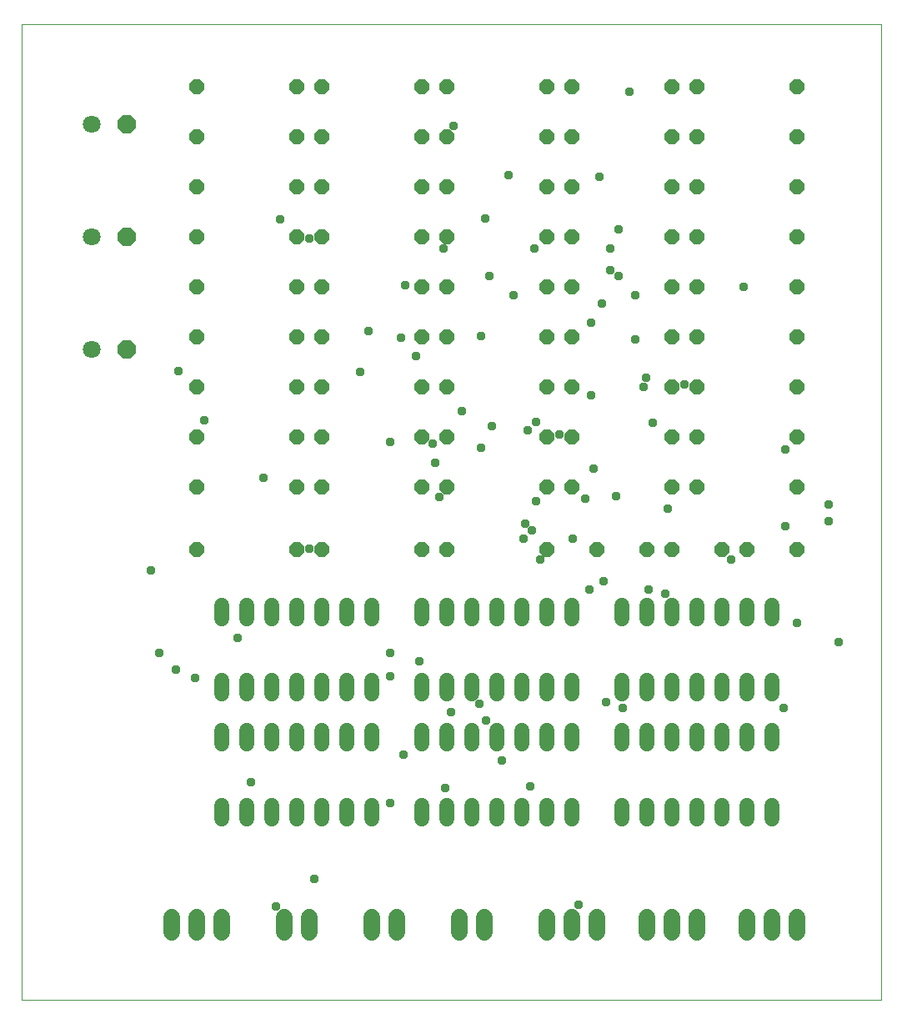
<source format=gts>
G75*
%MOIN*%
%OFA0B0*%
%FSLAX25Y25*%
%IPPOS*%
%LPD*%
%AMOC8*
5,1,8,0,0,1.08239X$1,22.5*
%
%ADD10C,0.00000*%
%ADD11OC8,0.07100*%
%ADD12C,0.07100*%
%ADD13OC8,0.06000*%
%ADD14C,0.06000*%
%ADD15C,0.06737*%
%ADD16C,0.03778*%
D10*
X0001000Y0001000D02*
X0001000Y0390961D01*
X0344701Y0390961D01*
X0344701Y0001000D01*
X0001000Y0001000D01*
D11*
X0043000Y0261000D03*
X0043000Y0306000D03*
X0043000Y0351000D03*
D12*
X0029000Y0351000D03*
X0029000Y0306000D03*
X0029000Y0261000D03*
D13*
X0071000Y0266000D03*
X0071000Y0246000D03*
X0071000Y0226000D03*
X0071000Y0206000D03*
X0071000Y0181000D03*
X0111000Y0181000D03*
X0121000Y0181000D03*
X0121000Y0206000D03*
X0111000Y0206000D03*
X0111000Y0226000D03*
X0121000Y0226000D03*
X0121000Y0246000D03*
X0111000Y0246000D03*
X0111000Y0266000D03*
X0121000Y0266000D03*
X0121000Y0286000D03*
X0111000Y0286000D03*
X0111000Y0306000D03*
X0121000Y0306000D03*
X0121000Y0326000D03*
X0111000Y0326000D03*
X0111000Y0346000D03*
X0121000Y0346000D03*
X0121000Y0366000D03*
X0111000Y0366000D03*
X0071000Y0366000D03*
X0071000Y0346000D03*
X0071000Y0326000D03*
X0071000Y0306000D03*
X0071000Y0286000D03*
X0161000Y0286000D03*
X0171000Y0286000D03*
X0171000Y0266000D03*
X0161000Y0266000D03*
X0161000Y0246000D03*
X0171000Y0246000D03*
X0171000Y0226000D03*
X0161000Y0226000D03*
X0161000Y0206000D03*
X0171000Y0206000D03*
X0171000Y0181000D03*
X0161000Y0181000D03*
X0211000Y0181000D03*
X0231000Y0181000D03*
X0251000Y0181000D03*
X0261000Y0181000D03*
X0281000Y0181000D03*
X0291000Y0181000D03*
X0311000Y0181000D03*
X0311000Y0206000D03*
X0311000Y0226000D03*
X0311000Y0246000D03*
X0311000Y0266000D03*
X0311000Y0286000D03*
X0311000Y0306000D03*
X0311000Y0326000D03*
X0311000Y0346000D03*
X0311000Y0366000D03*
X0271000Y0366000D03*
X0261000Y0366000D03*
X0261000Y0346000D03*
X0271000Y0346000D03*
X0271000Y0326000D03*
X0261000Y0326000D03*
X0261000Y0306000D03*
X0271000Y0306000D03*
X0271000Y0286000D03*
X0261000Y0286000D03*
X0261000Y0266000D03*
X0271000Y0266000D03*
X0271000Y0246000D03*
X0261000Y0246000D03*
X0261000Y0226000D03*
X0271000Y0226000D03*
X0271000Y0206000D03*
X0261000Y0206000D03*
X0221000Y0206000D03*
X0211000Y0206000D03*
X0211000Y0226000D03*
X0221000Y0226000D03*
X0221000Y0246000D03*
X0211000Y0246000D03*
X0211000Y0266000D03*
X0221000Y0266000D03*
X0221000Y0286000D03*
X0211000Y0286000D03*
X0211000Y0306000D03*
X0221000Y0306000D03*
X0221000Y0326000D03*
X0211000Y0326000D03*
X0211000Y0346000D03*
X0221000Y0346000D03*
X0221000Y0366000D03*
X0211000Y0366000D03*
X0171000Y0366000D03*
X0161000Y0366000D03*
X0161000Y0346000D03*
X0171000Y0346000D03*
X0171000Y0326000D03*
X0161000Y0326000D03*
X0161000Y0306000D03*
X0171000Y0306000D03*
D14*
X0171000Y0158600D02*
X0171000Y0153400D01*
X0161000Y0153400D02*
X0161000Y0158600D01*
X0141000Y0158600D02*
X0141000Y0153400D01*
X0131000Y0153400D02*
X0131000Y0158600D01*
X0121000Y0158600D02*
X0121000Y0153400D01*
X0111000Y0153400D02*
X0111000Y0158600D01*
X0101000Y0158600D02*
X0101000Y0153400D01*
X0091000Y0153400D02*
X0091000Y0158600D01*
X0081000Y0158600D02*
X0081000Y0153400D01*
X0081000Y0128600D02*
X0081000Y0123400D01*
X0091000Y0123400D02*
X0091000Y0128600D01*
X0101000Y0128600D02*
X0101000Y0123400D01*
X0111000Y0123400D02*
X0111000Y0128600D01*
X0121000Y0128600D02*
X0121000Y0123400D01*
X0131000Y0123400D02*
X0131000Y0128600D01*
X0141000Y0128600D02*
X0141000Y0123400D01*
X0141000Y0108600D02*
X0141000Y0103400D01*
X0131000Y0103400D02*
X0131000Y0108600D01*
X0121000Y0108600D02*
X0121000Y0103400D01*
X0111000Y0103400D02*
X0111000Y0108600D01*
X0101000Y0108600D02*
X0101000Y0103400D01*
X0091000Y0103400D02*
X0091000Y0108600D01*
X0081000Y0108600D02*
X0081000Y0103400D01*
X0081000Y0078600D02*
X0081000Y0073400D01*
X0091000Y0073400D02*
X0091000Y0078600D01*
X0101000Y0078600D02*
X0101000Y0073400D01*
X0111000Y0073400D02*
X0111000Y0078600D01*
X0121000Y0078600D02*
X0121000Y0073400D01*
X0131000Y0073400D02*
X0131000Y0078600D01*
X0141000Y0078600D02*
X0141000Y0073400D01*
X0161000Y0073400D02*
X0161000Y0078600D01*
X0171000Y0078600D02*
X0171000Y0073400D01*
X0181000Y0073400D02*
X0181000Y0078600D01*
X0191000Y0078600D02*
X0191000Y0073400D01*
X0201000Y0073400D02*
X0201000Y0078600D01*
X0211000Y0078600D02*
X0211000Y0073400D01*
X0221000Y0073400D02*
X0221000Y0078600D01*
X0241000Y0078600D02*
X0241000Y0073400D01*
X0251000Y0073400D02*
X0251000Y0078600D01*
X0261000Y0078600D02*
X0261000Y0073400D01*
X0271000Y0073400D02*
X0271000Y0078600D01*
X0281000Y0078600D02*
X0281000Y0073400D01*
X0291000Y0073400D02*
X0291000Y0078600D01*
X0301000Y0078600D02*
X0301000Y0073400D01*
X0301000Y0103400D02*
X0301000Y0108600D01*
X0291000Y0108600D02*
X0291000Y0103400D01*
X0281000Y0103400D02*
X0281000Y0108600D01*
X0271000Y0108600D02*
X0271000Y0103400D01*
X0261000Y0103400D02*
X0261000Y0108600D01*
X0251000Y0108600D02*
X0251000Y0103400D01*
X0241000Y0103400D02*
X0241000Y0108600D01*
X0241000Y0123400D02*
X0241000Y0128600D01*
X0251000Y0128600D02*
X0251000Y0123400D01*
X0261000Y0123400D02*
X0261000Y0128600D01*
X0271000Y0128600D02*
X0271000Y0123400D01*
X0281000Y0123400D02*
X0281000Y0128600D01*
X0291000Y0128600D02*
X0291000Y0123400D01*
X0301000Y0123400D02*
X0301000Y0128600D01*
X0301000Y0153400D02*
X0301000Y0158600D01*
X0291000Y0158600D02*
X0291000Y0153400D01*
X0281000Y0153400D02*
X0281000Y0158600D01*
X0271000Y0158600D02*
X0271000Y0153400D01*
X0261000Y0153400D02*
X0261000Y0158600D01*
X0251000Y0158600D02*
X0251000Y0153400D01*
X0241000Y0153400D02*
X0241000Y0158600D01*
X0221000Y0158600D02*
X0221000Y0153400D01*
X0211000Y0153400D02*
X0211000Y0158600D01*
X0201000Y0158600D02*
X0201000Y0153400D01*
X0191000Y0153400D02*
X0191000Y0158600D01*
X0181000Y0158600D02*
X0181000Y0153400D01*
X0181000Y0128600D02*
X0181000Y0123400D01*
X0171000Y0123400D02*
X0171000Y0128600D01*
X0161000Y0128600D02*
X0161000Y0123400D01*
X0161000Y0108600D02*
X0161000Y0103400D01*
X0171000Y0103400D02*
X0171000Y0108600D01*
X0181000Y0108600D02*
X0181000Y0103400D01*
X0191000Y0103400D02*
X0191000Y0108600D01*
X0201000Y0108600D02*
X0201000Y0103400D01*
X0211000Y0103400D02*
X0211000Y0108600D01*
X0221000Y0108600D02*
X0221000Y0103400D01*
X0221000Y0123400D02*
X0221000Y0128600D01*
X0211000Y0128600D02*
X0211000Y0123400D01*
X0201000Y0123400D02*
X0201000Y0128600D01*
X0191000Y0128600D02*
X0191000Y0123400D01*
D15*
X0186000Y0033969D02*
X0186000Y0028031D01*
X0176000Y0028031D02*
X0176000Y0033969D01*
X0151000Y0033969D02*
X0151000Y0028031D01*
X0141000Y0028031D02*
X0141000Y0033969D01*
X0116000Y0033969D02*
X0116000Y0028031D01*
X0106000Y0028031D02*
X0106000Y0033969D01*
X0081000Y0033969D02*
X0081000Y0028031D01*
X0071000Y0028031D02*
X0071000Y0033969D01*
X0061000Y0033969D02*
X0061000Y0028031D01*
X0211000Y0028031D02*
X0211000Y0033969D01*
X0221000Y0033969D02*
X0221000Y0028031D01*
X0231000Y0028031D02*
X0231000Y0033969D01*
X0251000Y0033969D02*
X0251000Y0028031D01*
X0261000Y0028031D02*
X0261000Y0033969D01*
X0271000Y0033969D02*
X0271000Y0028031D01*
X0291000Y0028031D02*
X0291000Y0033969D01*
X0301000Y0033969D02*
X0301000Y0028031D01*
X0311000Y0028031D02*
X0311000Y0033969D01*
D16*
X0305700Y0117600D03*
X0327700Y0144000D03*
X0311200Y0151700D03*
X0284800Y0177000D03*
X0306250Y0190200D03*
X0323850Y0192400D03*
X0323850Y0199000D03*
X0306250Y0221000D03*
X0266100Y0246850D03*
X0253450Y0231450D03*
X0249600Y0245750D03*
X0250700Y0249600D03*
X0246300Y0265000D03*
X0233100Y0279300D03*
X0228700Y0271600D03*
X0246300Y0282600D03*
X0239700Y0290300D03*
X0236400Y0292500D03*
X0236400Y0301300D03*
X0239700Y0309000D03*
X0232000Y0329900D03*
X0244100Y0364000D03*
X0195700Y0330450D03*
X0186350Y0313400D03*
X0169850Y0301300D03*
X0188000Y0290300D03*
X0197900Y0282600D03*
X0206150Y0301300D03*
X0184700Y0266100D03*
X0177000Y0236400D03*
X0189100Y0230350D03*
X0184700Y0221550D03*
X0166550Y0215500D03*
X0165450Y0223200D03*
X0148400Y0223750D03*
X0168200Y0201750D03*
X0202300Y0191300D03*
X0205050Y0188550D03*
X0201750Y0185250D03*
X0208350Y0177000D03*
X0221550Y0185250D03*
X0226500Y0201200D03*
X0229800Y0213300D03*
X0238600Y0202300D03*
X0259500Y0197350D03*
X0251800Y0164900D03*
X0258400Y0163250D03*
X0233650Y0168200D03*
X0228150Y0164900D03*
X0206700Y0200100D03*
X0216050Y0227050D03*
X0206700Y0232000D03*
X0203400Y0228700D03*
X0228700Y0242450D03*
X0289750Y0285900D03*
X0173700Y0350250D03*
X0154450Y0286450D03*
X0139600Y0268300D03*
X0152800Y0265550D03*
X0158850Y0258400D03*
X0136300Y0251800D03*
X0097800Y0209450D03*
X0074150Y0232550D03*
X0063700Y0252350D03*
X0104400Y0312850D03*
X0115950Y0305150D03*
X0115950Y0181400D03*
X0087350Y0145650D03*
X0070300Y0129700D03*
X0062600Y0133000D03*
X0056000Y0139600D03*
X0052700Y0172600D03*
X0092850Y0087900D03*
X0118150Y0049400D03*
X0102750Y0038400D03*
X0148400Y0079650D03*
X0153900Y0098900D03*
X0170400Y0085700D03*
X0192950Y0096700D03*
X0204500Y0086250D03*
X0186900Y0112650D03*
X0184150Y0119250D03*
X0172600Y0115950D03*
X0159950Y0136300D03*
X0148400Y0139600D03*
X0148400Y0130250D03*
X0223750Y0038950D03*
X0241350Y0117600D03*
X0234750Y0119800D03*
M02*

</source>
